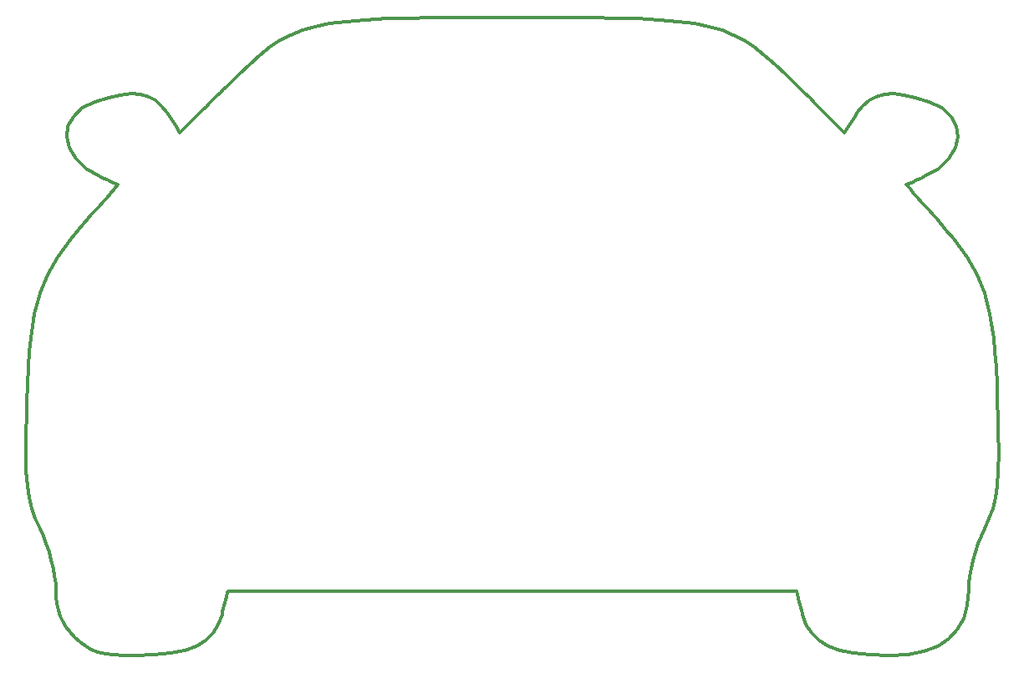
<source format=gm1>
G04 #@! TF.GenerationSoftware,KiCad,Pcbnew,5.0.0-fee4fd1~65~ubuntu16.04.1*
G04 #@! TF.CreationDate,2018-07-25T18:48:16-06:00*
G04 #@! TF.ProjectId,UPA_Shield_001,5550415F536869656C645F3030312E6B,rev?*
G04 #@! TF.SameCoordinates,Original*
G04 #@! TF.FileFunction,Profile,NP*
%FSLAX46Y46*%
G04 Gerber Fmt 4.6, Leading zero omitted, Abs format (unit mm)*
G04 Created by KiCad (PCBNEW 5.0.0-fee4fd1~65~ubuntu16.04.1) date Wed Jul 25 18:48:16 2018*
%MOMM*%
%LPD*%
G01*
G04 APERTURE LIST*
G04 #@! TA.AperFunction,NonConductor*
%ADD10C,0.299922*%
G04 #@! TD*
G04 APERTURE END LIST*
D10*
G04 #@! TO.C,svg2mod*
X103636178Y-122404382D02*
X103635860Y-122404348D01*
X103636545Y-122404396D02*
X103636178Y-122404382D01*
X104202072Y-122930289D02*
X103636545Y-122404396D01*
X104759073Y-123353154D02*
X104202072Y-122930289D01*
X105340386Y-123683100D02*
X104759073Y-123353154D01*
X105978856Y-123930369D02*
X105340386Y-123683100D01*
X106707371Y-124105045D02*
X105978856Y-123930369D01*
X107558775Y-124217191D02*
X106707371Y-124105045D01*
X108565888Y-124277051D02*
X107558775Y-124217191D01*
X109761587Y-124294718D02*
X108565888Y-124277051D01*
X111693657Y-124237960D02*
X109761587Y-124294718D01*
X113357348Y-124062884D02*
X111693657Y-124237960D01*
X114767904Y-123762252D02*
X113357348Y-124062884D01*
X115940576Y-123328824D02*
X114767904Y-123762252D01*
X116890614Y-122755373D02*
X115940576Y-123328824D01*
X117633267Y-122034677D02*
X116890614Y-122755373D01*
X118183789Y-121159486D02*
X117633267Y-122034677D01*
X118557411Y-120122573D02*
X118183789Y-121159486D01*
X118634278Y-119825802D02*
X118557411Y-120122573D01*
X118711144Y-119529032D02*
X118634278Y-119825802D01*
X118788092Y-119232252D02*
X118711144Y-119529032D01*
X118865040Y-118935470D02*
X118788092Y-119232252D01*
X118941988Y-118638691D02*
X118865040Y-118935470D01*
X119018936Y-118341909D02*
X118941988Y-118638691D01*
X119057352Y-118193519D02*
X119018936Y-118341909D01*
X119095768Y-118045138D02*
X119057352Y-118193519D01*
X119134183Y-117896754D02*
X119095768Y-118045138D01*
X119172599Y-117748367D02*
X119134183Y-117896754D01*
X120971537Y-117748367D02*
X119172599Y-117748367D01*
X122770475Y-117748367D02*
X120971537Y-117748367D01*
X124569414Y-117748367D02*
X122770475Y-117748367D01*
X126368354Y-117748367D02*
X124569414Y-117748367D01*
X128167295Y-117748367D02*
X126368354Y-117748367D01*
X129966238Y-117748367D02*
X128167295Y-117748367D01*
X131765179Y-117748367D02*
X129966238Y-117748367D01*
X133564115Y-117748367D02*
X131765179Y-117748367D01*
X135363058Y-117748367D02*
X133564115Y-117748367D01*
X137161996Y-117748367D02*
X135363058Y-117748367D01*
X138960932Y-117748367D02*
X137161996Y-117748367D01*
X140759870Y-117748367D02*
X138960932Y-117748367D01*
X142558805Y-117748367D02*
X140759870Y-117748367D01*
X144357743Y-117748367D02*
X142558805Y-117748367D01*
X146156693Y-117748367D02*
X144357743Y-117748367D01*
X147955636Y-117748367D02*
X146156693Y-117748367D01*
X149754572Y-117748367D02*
X147955636Y-117748367D01*
X151553507Y-117748367D02*
X149754572Y-117748367D01*
X153352454Y-117748367D02*
X151553507Y-117748367D01*
X155151400Y-117748367D02*
X153352454Y-117748367D01*
X156950338Y-117748367D02*
X155151400Y-117748367D01*
X158749279Y-117748367D02*
X156950338Y-117748367D01*
X160548206Y-117748367D02*
X158749279Y-117748367D01*
X162347141Y-117748367D02*
X160548206Y-117748367D01*
X164146085Y-117748367D02*
X162347141Y-117748367D01*
X165945032Y-117748367D02*
X164146085Y-117748367D01*
X167743970Y-117748367D02*
X165945032Y-117748367D01*
X169542911Y-117748367D02*
X167743970Y-117748367D01*
X171341854Y-117748367D02*
X169542911Y-117748367D01*
X173140804Y-117748367D02*
X171341854Y-117748367D01*
X174939739Y-117748367D02*
X173140804Y-117748367D01*
X176738674Y-117748367D02*
X174939739Y-117748367D01*
X176777090Y-117896754D02*
X176738674Y-117748367D01*
X176815501Y-118045138D02*
X176777090Y-117896754D01*
X176853920Y-118193519D02*
X176815501Y-118045138D01*
X176892333Y-118341909D02*
X176853920Y-118193519D01*
X176930749Y-118490304D02*
X176892333Y-118341909D01*
X176969165Y-118638699D02*
X176930749Y-118490304D01*
X177007581Y-118787083D02*
X176969165Y-118638699D01*
X177045995Y-118935470D02*
X177007581Y-118787083D01*
X177084414Y-119083854D02*
X177045995Y-118935470D01*
X177122827Y-119232241D02*
X177084414Y-119083854D01*
X177161243Y-119380633D02*
X177122827Y-119232241D01*
X177199659Y-119529032D02*
X177161243Y-119380633D01*
X177238075Y-119677418D02*
X177199659Y-119529032D01*
X177276491Y-119825802D02*
X177238075Y-119677418D01*
X177314902Y-119974183D02*
X177276491Y-119825802D01*
X177353318Y-120122573D02*
X177314902Y-119974183D01*
X177726955Y-121159480D02*
X177353318Y-120122573D01*
X178277477Y-122034677D02*
X177726955Y-121159480D01*
X179020136Y-122755376D02*
X178277477Y-122034677D01*
X179970192Y-123328824D02*
X179020136Y-122755376D01*
X181142876Y-123762224D02*
X179970192Y-123328824D01*
X182553434Y-124062884D02*
X181142876Y-123762224D01*
X184217120Y-124237988D02*
X182553434Y-124062884D01*
X186149197Y-124294718D02*
X184217120Y-124237988D01*
X188032423Y-124191309D02*
X186149197Y-124294718D01*
X189662722Y-123880763D02*
X188032423Y-124191309D01*
X191040650Y-123362611D02*
X189662722Y-123880763D01*
X192166779Y-122636400D02*
X191040650Y-123362611D01*
X193041696Y-121701669D02*
X192166779Y-122636400D01*
X193665892Y-120557884D02*
X193041696Y-121701669D01*
X194039984Y-119204651D02*
X193665892Y-120557884D01*
X194164599Y-117641456D02*
X194039984Y-119204651D01*
X194197630Y-116996177D02*
X194164599Y-117641456D01*
X194292318Y-116262241D02*
X194197630Y-116996177D01*
X194442046Y-115465130D02*
X194292318Y-116262241D01*
X194640140Y-114630368D02*
X194442046Y-115465130D01*
X194879973Y-113783444D02*
X194640140Y-114630368D01*
X195154905Y-112949850D02*
X194879973Y-113783444D01*
X195458297Y-112155098D02*
X195154905Y-112949850D01*
X195783516Y-111424673D02*
X195458297Y-112155098D01*
X196263748Y-110366918D02*
X195783516Y-111424673D01*
X196633510Y-109353944D02*
X196263748Y-110366918D01*
X196903122Y-108286633D02*
X196633510Y-109353944D01*
X197082777Y-107065875D02*
X196903122Y-108286633D01*
X197182855Y-105592585D02*
X197082777Y-107065875D01*
X197213666Y-103767651D02*
X197182855Y-105592585D01*
X197185472Y-101491963D02*
X197213666Y-103767651D01*
X197152498Y-100154122D02*
X197185472Y-101491963D01*
X197108625Y-98666428D02*
X197152498Y-100154122D01*
X197040793Y-96774951D02*
X197108625Y-98666428D01*
X196957456Y-95061431D02*
X197040793Y-96774951D01*
X196852869Y-93508513D02*
X196957456Y-95061431D01*
X196721295Y-92098838D02*
X196852869Y-93508513D01*
X196354203Y-89639812D02*
X196721295Y-92098838D01*
X195810287Y-87545524D02*
X196354203Y-89639812D01*
X195043648Y-85677126D02*
X195810287Y-87545524D01*
X194008324Y-83895794D02*
X195043648Y-85677126D01*
X192658421Y-82062712D02*
X194008324Y-83895794D01*
X191851159Y-81083371D02*
X192658421Y-82062712D01*
X190948033Y-80039021D02*
X191851159Y-81083371D01*
X190565670Y-79604630D02*
X190948033Y-80039021D01*
X190183307Y-79170239D02*
X190565670Y-79604630D01*
X189800930Y-78735841D02*
X190183307Y-79170239D01*
X189418555Y-78301443D02*
X189800930Y-78735841D01*
X189036181Y-77867050D02*
X189418555Y-78301443D01*
X188653812Y-77432657D02*
X189036181Y-77867050D01*
X188271435Y-76998261D02*
X188653812Y-77432657D01*
X187889063Y-76563865D02*
X188271435Y-76998261D01*
X188118002Y-76459557D02*
X187889063Y-76563865D01*
X188346940Y-76355250D02*
X188118002Y-76459557D01*
X188575873Y-76250938D02*
X188346940Y-76355250D01*
X188804804Y-76146626D02*
X188575873Y-76250938D01*
X189033739Y-76042320D02*
X188804804Y-76146626D01*
X189262678Y-75938014D02*
X189033739Y-76042320D01*
X189491611Y-75833702D02*
X189262678Y-75938014D01*
X189720544Y-75729390D02*
X189491611Y-75833702D01*
X191136329Y-74901512D02*
X189720544Y-75729390D01*
X192170546Y-73920384D02*
X191136329Y-74901512D01*
X192819708Y-72845334D02*
X192170546Y-73920384D01*
X193080309Y-71735667D02*
X192819708Y-72845334D01*
X192948862Y-70650735D02*
X193080309Y-71735667D01*
X192421882Y-69649847D02*
X192948862Y-70650735D01*
X191495872Y-68792343D02*
X192421882Y-69649847D01*
X190167350Y-68137516D02*
X191495872Y-68792343D01*
X188812026Y-67714162D02*
X190167350Y-68137516D01*
X187612322Y-67448132D02*
X188812026Y-67714162D01*
X186554138Y-67341603D02*
X187612322Y-67448132D01*
X185623422Y-67396750D02*
X186554138Y-67341603D01*
X184806076Y-67615800D02*
X185623422Y-67396750D01*
X184088049Y-68000950D02*
X184806076Y-67615800D01*
X183455253Y-68554420D02*
X184088049Y-68000950D01*
X182893642Y-69278410D02*
X183455253Y-68554420D01*
X182731850Y-69525335D02*
X182893642Y-69278410D01*
X182570055Y-69772260D02*
X182731850Y-69525335D01*
X182408268Y-70019193D02*
X182570055Y-69772260D01*
X182246478Y-70266125D02*
X182408268Y-70019193D01*
X182084686Y-70513053D02*
X182246478Y-70266125D01*
X181922891Y-70759981D02*
X182084686Y-70513053D01*
X181761104Y-71006916D02*
X181922891Y-70759981D01*
X181599314Y-71253850D02*
X181761104Y-71006916D01*
X181012792Y-70674160D02*
X181599314Y-71253850D01*
X180426261Y-70094470D02*
X181012792Y-70674160D01*
X179839746Y-69514778D02*
X180426261Y-70094470D01*
X179253229Y-68935085D02*
X179839746Y-69514778D01*
X178666707Y-68355397D02*
X179253229Y-68935085D01*
X178080181Y-67775709D02*
X178666707Y-68355397D01*
X177493661Y-67196021D02*
X178080181Y-67775709D01*
X176907138Y-66616332D02*
X177493661Y-67196021D01*
X175661338Y-65392583D02*
X176907138Y-66616332D01*
X174532619Y-64320120D02*
X175661338Y-65392583D01*
X173479782Y-63388964D02*
X174532619Y-64320120D01*
X172461630Y-62589130D02*
X173479782Y-63388964D01*
X171436972Y-61910643D02*
X172461630Y-62589130D01*
X170364604Y-61343521D02*
X171436972Y-61910643D01*
X169203363Y-60877794D02*
X170364604Y-61343521D01*
X167912027Y-60503447D02*
X169203363Y-60877794D01*
X166449422Y-60210503D02*
X167912027Y-60503447D01*
X164774329Y-59989037D02*
X166449422Y-60210503D01*
X162845582Y-59829000D02*
X164774329Y-59989037D01*
X160621970Y-59720450D02*
X162845582Y-59829000D01*
X158062297Y-59653664D02*
X160621970Y-59720450D01*
X156643568Y-59632615D02*
X158062297Y-59653664D01*
X155125385Y-59617913D02*
X156643568Y-59632615D01*
X153502578Y-59608559D02*
X155125385Y-59617913D01*
X151770008Y-59603596D02*
X153502578Y-59608559D01*
X149922528Y-59601631D02*
X151770008Y-59603596D01*
X147954990Y-59601282D02*
X149922528Y-59601631D01*
X145987468Y-59601730D02*
X147954990Y-59601282D01*
X144139995Y-59603850D02*
X145987468Y-59601730D01*
X142407428Y-59608848D02*
X144139995Y-59603850D01*
X140784621Y-59617919D02*
X142407428Y-59608848D01*
X139266434Y-59632336D02*
X140784621Y-59617919D01*
X137847703Y-59653406D02*
X139266434Y-59632336D01*
X135288035Y-59720456D02*
X137847703Y-59653406D01*
X133064418Y-59829016D02*
X135288035Y-59720456D01*
X131135668Y-59989042D02*
X133064418Y-59829016D01*
X129460584Y-60210510D02*
X131135668Y-59989042D01*
X127997973Y-60503427D02*
X129460584Y-60210510D01*
X126706639Y-60877766D02*
X127997973Y-60503427D01*
X125545393Y-61343510D02*
X126706639Y-60877766D01*
X124473038Y-61910636D02*
X125545393Y-61343510D01*
X123448381Y-62589120D02*
X124473038Y-61910636D01*
X122430230Y-63388955D02*
X123448381Y-62589120D01*
X121377382Y-64320114D02*
X122430230Y-63388955D01*
X120248653Y-65392577D02*
X121377382Y-64320114D01*
X119002843Y-66616338D02*
X120248653Y-65392577D01*
X118709589Y-66906182D02*
X119002843Y-66616338D01*
X118416335Y-67196026D02*
X118709589Y-66906182D01*
X118123082Y-67485870D02*
X118416335Y-67196026D01*
X117829828Y-67775715D02*
X118123082Y-67485870D01*
X117536567Y-68065567D02*
X117829828Y-67775715D01*
X117243305Y-68355420D02*
X117536567Y-68065567D01*
X116950052Y-68645263D02*
X117243305Y-68355420D01*
X116656798Y-68935106D02*
X116950052Y-68645263D01*
X116070283Y-69514792D02*
X116656798Y-68935106D01*
X115483768Y-70094476D02*
X116070283Y-69514792D01*
X114897253Y-70674166D02*
X115483768Y-70094476D01*
X114310738Y-71253856D02*
X114897253Y-70674166D01*
X114148944Y-71006929D02*
X114310738Y-71253856D01*
X113987151Y-70760003D02*
X114148944Y-71006929D01*
X113825350Y-70513067D02*
X113987151Y-70760003D01*
X113663549Y-70266131D02*
X113825350Y-70513067D01*
X113501760Y-70019206D02*
X113663549Y-70266131D01*
X113339972Y-69772282D02*
X113501760Y-70019206D01*
X113178179Y-69525349D02*
X113339972Y-69772282D01*
X113016385Y-69278416D02*
X113178179Y-69525349D01*
X112454771Y-68554430D02*
X113016385Y-69278416D01*
X111821978Y-68000955D02*
X112454771Y-68554430D01*
X111103960Y-67615820D02*
X111821978Y-68000955D01*
X110286616Y-67396772D02*
X111103960Y-67615820D01*
X109355888Y-67341608D02*
X110286616Y-67396772D01*
X108297699Y-67448154D02*
X109355888Y-67341608D01*
X107097992Y-67714195D02*
X108297699Y-67448154D01*
X105742668Y-68137522D02*
X107097992Y-67714195D01*
X104414145Y-68792337D02*
X105742668Y-68137522D01*
X103488133Y-69649852D02*
X104414145Y-68792337D01*
X102961150Y-70650740D02*
X103488133Y-69649852D01*
X102829709Y-71735673D02*
X102961150Y-70650740D01*
X103090302Y-72845346D02*
X102829709Y-71735673D01*
X103739453Y-73920406D02*
X103090302Y-72845346D01*
X104773670Y-74901528D02*
X103739453Y-73920406D01*
X106189451Y-75729396D02*
X104773670Y-74901528D01*
X106418387Y-75833708D02*
X106189451Y-75729396D01*
X106647323Y-75938020D02*
X106418387Y-75833708D01*
X106876260Y-76042326D02*
X106647323Y-75938020D01*
X107105198Y-76146631D02*
X106876260Y-76042326D01*
X107334132Y-76250944D02*
X107105198Y-76146631D01*
X107563066Y-76355256D02*
X107334132Y-76250944D01*
X107792002Y-76459563D02*
X107563066Y-76355256D01*
X108020938Y-76563870D02*
X107792002Y-76459563D01*
X107638566Y-76998267D02*
X108020938Y-76563870D01*
X107256195Y-77432663D02*
X107638566Y-76998267D01*
X106873818Y-77867056D02*
X107256195Y-77432663D01*
X106491440Y-78301449D02*
X106873818Y-77867056D01*
X106109077Y-78735846D02*
X106491440Y-78301449D01*
X105726714Y-79170244D02*
X106109077Y-78735846D01*
X105344341Y-79604635D02*
X105726714Y-79170244D01*
X104961968Y-80039027D02*
X105344341Y-79604635D01*
X104058836Y-81083376D02*
X104961968Y-80039027D01*
X103251578Y-82062722D02*
X104058836Y-81083376D01*
X101901680Y-83895815D02*
X103251578Y-82062722D01*
X100866352Y-85677136D02*
X101901680Y-83895815D01*
X100099696Y-87545529D02*
X100866352Y-85677136D01*
X99555790Y-89639817D02*
X100099696Y-87545529D01*
X99188703Y-92098844D02*
X99555790Y-89639817D01*
X99057128Y-93508521D02*
X99188703Y-92098844D01*
X98952548Y-95061448D02*
X99057128Y-93508521D01*
X98869215Y-96774972D02*
X98952548Y-95061448D01*
X98801377Y-98666453D02*
X98869215Y-96774972D01*
X98757497Y-100154140D02*
X98801377Y-98666453D01*
X98724522Y-101491980D02*
X98757497Y-100154140D01*
X98696331Y-103767657D02*
X98724522Y-101491980D01*
X98727097Y-105592590D02*
X98696331Y-103767657D01*
X98827219Y-107065897D02*
X98727097Y-105592590D01*
X99006937Y-108286638D02*
X98827219Y-107065897D01*
X99276508Y-109353949D02*
X99006937Y-108286638D01*
X99646245Y-110366938D02*
X99276508Y-109353949D01*
X100126467Y-111424696D02*
X99646245Y-110366938D01*
X100451682Y-112155104D02*
X100126467Y-111424696D01*
X100755075Y-112949856D02*
X100451682Y-112155104D01*
X101030018Y-113783447D02*
X100755075Y-112949856D01*
X101269856Y-114630373D02*
X101030018Y-113783447D01*
X101467938Y-115465144D02*
X101269856Y-114630373D01*
X101617664Y-116262247D02*
X101467938Y-115465144D01*
X101712362Y-116996186D02*
X101617664Y-116262247D01*
X101745385Y-117641478D02*
X101712362Y-116996186D01*
X101772032Y-118372330D02*
X101745385Y-117641478D01*
X101853596Y-119051876D02*
X101772032Y-118372330D01*
X101992551Y-119686432D02*
X101853596Y-119051876D01*
X102191399Y-120282260D02*
X101992551Y-119686432D01*
X102452661Y-120845680D02*
X102191399Y-120282260D01*
X102778828Y-121382975D02*
X102452661Y-120845680D01*
X103172392Y-121900438D02*
X102778828Y-121382975D01*
X103635860Y-122404348D02*
X103172392Y-121900438D01*
G04 #@! TD*
M02*

</source>
